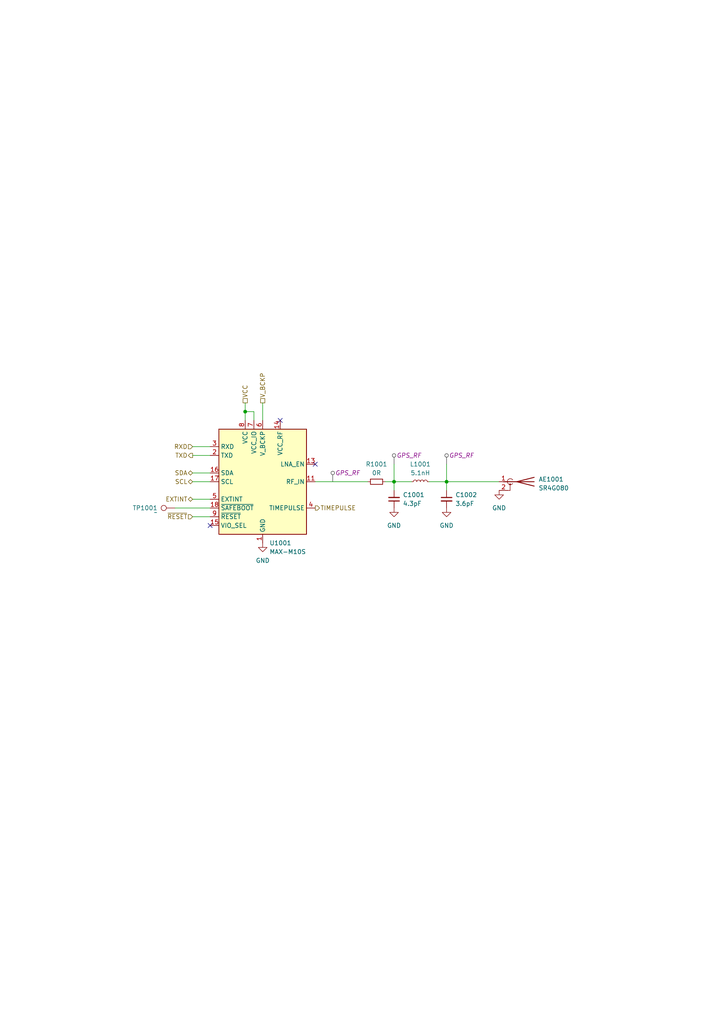
<source format=kicad_sch>
(kicad_sch (version 20230121) (generator eeschema)
  (paper "A4" portrait)
  (title_block (title "Avionus_Flight_Controller") (date "2023-11-27") (rev "1.0"))
  (lib_symbols
    (symbol "Connector:TestPoint" (pin_numbers hide) (pin_names (offset 0.762) hide)
      (property "Reference" "TP" (at 0 6.858 0))
      (property "Value" "TestPoint" (at 0 5.08 0))
      (symbol "TestPoint_0_1"
        (circle (center 0 3.302) (radius 0.762))
      )
      (symbol "TestPoint_1_1"
        (pin passive line (at 0 0 90) (length 2.54) (name "1") (number "1"))
      )
    )
    (symbol "Device:Antenna_Shield" (pin_names (offset 1.016) hide)
      (property "Reference" "AE" (at -1.905 4.445 0))
      (property "Value" "Antenna_Shield" (at -1.905 2.54 0))
      (symbol "Antenna_Shield_0_1"
        (arc (start -0.508 -1.143) (mid -0.8429 -2.1194) (end 0 -2.667))
        (arc (start 0 -2.667) (mid 0.7989 -2.1052) (end 0.508 -1.143))
        (polyline (pts (xy 0 -2.54) (xy 0 0)))
        (polyline (pts (xy 0 5.08) (xy 0 -3.81)) (stroke (width 0.254)))
        (polyline (pts (xy 0.762 -1.905) (xy 2.54 -1.905)))
        (polyline (pts (xy 2.54 -2.54) (xy 2.54 -1.905)))
        (polyline (pts (xy 1.27 5.08) (xy 0 0) (xy -1.27 5.08)) (stroke (width 0.254)))
        (circle (center 0.762 -1.905) (radius 0.1778) (fill (type outline)))
      )
      (symbol "Antenna_Shield_1_1"
        (pin input line (at 0 -5.08 90) (length 2.54) (name "A") (number "1"))
        (pin input line (at 2.54 -5.08 90) (length 2.54) (name "Shield") (number "2"))
      )
    )
    (symbol "Device:C_Small" (pin_numbers hide) (pin_names (offset 0.254) hide)
      (property "Reference" "C" (at 0.254 1.778 0))
      (property "Value" "C_Small" (at 0.254 -2.032 0))
      (symbol "C_Small_0_1"
        (polyline (pts (xy -1.524 -0.508) (xy 1.524 -0.508)) (stroke (width 0.3302)))
        (polyline (pts (xy -1.524 0.508) (xy 1.524 0.508)) (stroke (width 0.3048)))
      )
      (symbol "C_Small_1_1"
        (pin passive line (at 0 2.54 270) (length 2.032) (name "~") (number "1"))
        (pin passive line (at 0 -2.54 90) (length 2.032) (name "~") (number "2"))
      )
    )
    (symbol "Device:L_Small" (pin_numbers hide) (pin_names (offset 0.254) hide)
      (property "Reference" "L" (at 0.762 1.016 0))
      (property "Value" "L_Small" (at 0.762 -1.016 0))
      (symbol "L_Small_0_1"
        (arc (start 0 -2.032) (mid 0.5058 -1.524) (end 0 -1.016))
        (arc (start 0 -1.016) (mid 0.5058 -0.508) (end 0 0))
        (arc (start 0 0) (mid 0.5058 0.508) (end 0 1.016))
        (arc (start 0 1.016) (mid 0.5058 1.524) (end 0 2.032))
      )
      (symbol "L_Small_1_1"
        (pin passive line (at 0 2.54 270) (length 0.508) (name "~") (number "1"))
        (pin passive line (at 0 -2.54 90) (length 0.508) (name "~") (number "2"))
      )
    )
    (symbol "Device:R_Small" (pin_numbers hide) (pin_names (offset 0.254) hide)
      (property "Reference" "R" (at 0.762 0.508 0))
      (property "Value" "R_Small" (at 0.762 -1.016 0))
      (symbol "R_Small_0_1"
        (rectangle (start -0.762 1.778) (end 0.762 -1.778) (stroke (width 0.2032)))
      )
      (symbol "R_Small_1_1"
        (pin passive line (at 0 2.54 270) (length 0.762) (name "~") (number "1"))
        (pin passive line (at 0 -2.54 90) (length 0.762) (name "~") (number "2"))
      )
    )
    (symbol "RF_GPS:MAX-M10S"
      (property "Reference" "U" (at -10.16 16.51 0))
      (property "Value" "MAX-M10S" (at 11.43 16.51 0))
      (symbol "MAX-M10S_0_1"
        (rectangle (start 12.7 15.24) (end -12.7 -15.24) (stroke (width 0.254)) (fill (type background)))
      )
      (symbol "MAX-M10S_1_1"
        (pin power_in line (at 0 -17.78 90) (length 2.54) (name "GND") (number "1"))
        (pin passive line (at 0 -17.78 90) (length 2.54) hide (name "GND") (number "10"))
        (pin input line (at 15.24 0 180) (length 2.54) (name "RF_IN") (number "11"))
        (pin passive line (at 0 -17.78 90) (length 2.54) hide (name "GND") (number "12"))
        (pin output line (at 15.24 5.08 180) (length 2.54) (name "LNA_EN") (number "13"))
        (pin power_out line (at 5.08 17.78 270) (length 2.54) (name "VCC_RF") (number "14"))
        (pin input line (at -15.24 -12.7 0) (length 2.54) (name "VIO_SEL") (number "15"))
        (pin bidirectional line (at -15.24 2.54 0) (length 2.54) (name "SDA") (number "16"))
        (pin input line (at -15.24 0 0) (length 2.54) (name "SCL") (number "17"))
        (pin input line (at -15.24 -7.62 0) (length 2.54) (name "~{SAFEBOOT}") (number "18"))
        (pin output line (at -15.24 7.62 0) (length 2.54) (name "TXD") (number "2"))
        (pin input line (at -15.24 10.16 0) (length 2.54) (name "RXD") (number "3"))
        (pin output line (at 15.24 -7.62 180) (length 2.54) (name "TIMEPULSE") (number "4"))
        (pin input line (at -15.24 -5.08 0) (length 2.54) (name "EXTINT") (number "5"))
        (pin power_in line (at 0 17.78 270) (length 2.54) (name "V_BCKP") (number "6"))
        (pin power_in line (at -2.54 17.78 270) (length 2.54) (name "VCC_IO") (number "7"))
        (pin power_in line (at -5.08 17.78 270) (length 2.54) (name "VCC") (number "8"))
        (pin input line (at -15.24 -10.16 0) (length 2.54) (name "~{RESET}") (number "9"))
      )
    )
    (symbol "power:GND" (power) (pin_names (offset 0))
      (property "Value" "GND" (at 0 -3.81 0))
      (symbol "GND_0_1"
        (polyline (pts (xy 0 0) (xy 0 -1.27) (xy 1.27 -1.27) (xy 0 -2.54) (xy -1.27 -1.27) (xy 0 -1.27)))
      )
      (symbol "GND_1_1"
        (pin power_in line (at 0 0 270) (length 0) hide (name "GND") (number "1"))
      )
    )
  )
  (junction (at 114.3 139.7))
  (junction (at 129.54 139.7))
  (junction (at 71.12 119.38))
  (no_connect (at 60.96 152.4))
  (no_connect (at 81.28 121.92))
  (no_connect (at 91.44 134.62))
  (wire (pts (xy 129.54 142.24) (xy 129.54 139.7)))
  (wire (pts (xy 55.88 144.78) (xy 60.96 144.78)))
  (wire (pts (xy 73.66 121.92) (xy 73.66 119.38)))
  (wire (pts (xy 76.2 116.84) (xy 76.2 121.92)))
  (wire (pts (xy 106.68 139.7) (xy 91.44 139.7)))
  (wire (pts (xy 50.8 147.32) (xy 60.96 147.32)))
  (wire (pts (xy 114.3 139.7) (xy 114.3 142.24)))
  (wire (pts (xy 114.3 139.7) (xy 111.76 139.7)))
  (wire (pts (xy 144.78 139.7) (xy 129.54 139.7)))
  (wire (pts (xy 114.3 134.62) (xy 114.3 139.7)))
  (wire (pts (xy 129.54 139.7) (xy 124.46 139.7)))
  (wire (pts (xy 119.38 139.7) (xy 114.3 139.7)))
  (wire (pts (xy 129.54 134.62) (xy 129.54 139.7)))
  (wire (pts (xy 55.88 139.7) (xy 60.96 139.7)))
  (wire (pts (xy 71.12 116.84) (xy 71.12 119.38)))
  (wire (pts (xy 55.88 132.08) (xy 60.96 132.08)))
  (wire (pts (xy 55.88 137.16) (xy 60.96 137.16)))
  (wire (pts (xy 71.12 119.38) (xy 71.12 121.92)))
  (wire (pts (xy 55.88 149.86) (xy 60.96 149.86)))
  (wire (pts (xy 73.66 119.38) (xy 71.12 119.38)))
  (wire (pts (xy 55.88 129.54) (xy 60.96 129.54)))
  (hierarchical_label "TXD" (shape output) (at 55.88 132.08 180))
  (hierarchical_label "VCC" (shape passive) (at 71.12 116.84 90))
  (hierarchical_label "V_BCKP" (shape passive) (at 76.2 116.84 90))
  (hierarchical_label "RXD" (shape input) (at 55.88 129.54 180))
  (hierarchical_label "TIMEPULSE" (shape output) (at 91.44 147.32 0))
  (hierarchical_label "~{RESET}" (shape input) (at 55.88 149.86 180))
  (hierarchical_label "SDA" (shape bidirectional) (at 55.88 137.16 180))
  (hierarchical_label "SCL" (shape bidirectional) (at 55.88 139.7 180))
  (hierarchical_label "EXTINT" (shape bidirectional) (at 55.88 144.78 180))
  (netclass_flag "" (length 2.54) (shape round) (at 129.54 134.62 0) (property "Netclass" "GPS_RF" (at 130.2385 132.08 0) (effects (font italic) (justify left))))
  (netclass_flag "" (length 2.54) (shape round) (at 114.3 134.62 0) (property "Netclass" "GPS_RF" (at 114.9985 132.08 0) (effects (font italic) (justify left))))
  (netclass_flag "" (length 2.54) (shape round) (at 96.52 139.7 0) (property "Netclass" "GPS_RF" (at 97.2185 137.16 0) (effects (font italic) (justify left))))
  (symbol (lib_id "power:GND") (at 144.78 142.24 0) (unit 1)
    (property "Reference" "#PWR01004" (effects hide))
    (property "Value" "GND" (at 144.78 147.32 0))
  )
  (symbol (lib_id "Device:L_Small") (at 121.92 139.7 90) (unit 1)
    (property "Reference" "L1001" (at 121.92 134.62 90))
    (property "Value" "5.1nH" (at 121.92 137.16 90))
    (property "Footprint" "Inductor_SMD:L_0402_1005Metric_Pad0.77x0.64mm_HandSolder" (effects hide))
  )
  (symbol (lib_id "Device:C_Small") (at 114.3 144.78 180) (unit 1)
    (property "Reference" "C1001" (at 116.84 143.5036 0) (effects (justify right)))
    (property "Value" "4.3pF" (at 116.84 146.0436 0) (effects (justify right)))
    (property "Footprint" "Capacitor_SMD:C_0402_1005Metric_Pad0.74x0.62mm_HandSolder" (effects hide))
  )
  (symbol (lib_id "power:GND") (at 129.54 147.32 0) (unit 1)
    (property "Reference" "#PWR01003" (effects hide))
    (property "Value" "GND" (at 129.54 152.4 0))
  )
  (symbol (lib_id "Connector:TestPoint") (at 50.8 147.32 90) (mirror x) (unit 1)
    (property "Reference" "TP1001" (at 45.72 147.32 90) (effects (justify left)))
    (property "Value" "~" (at 45.72 148.59 90) (effects (justify left)))
    (property "Footprint" "TestPoint:TestPoint_Pad_D1.0mm" (effects hide))
    (instances (project "Avionus_Flight_Controller" (path "" (reference "TP1001") (unit 1)) (path "" (reference "TP?") (unit 1))))
  )
  (symbol (lib_id "power:GND") (at 76.2 157.48 0) (unit 1)
    (property "Reference" "#PWR01001" (effects hide))
    (property "Value" "GND" (at 76.2 162.56 0))
  )
  (symbol (lib_id "Device:C_Small") (at 129.54 144.78 0) (unit 1)
    (property "Reference" "C1002" (at 132.08 143.5163 0) (effects (justify left)))
    (property "Value" "3.6pF" (at 132.08 146.0563 0) (effects (justify left)))
    (property "Footprint" "Capacitor_SMD:C_0402_1005Metric_Pad0.74x0.62mm_HandSolder" (effects hide))
  )
  (symbol (lib_id "Device:R_Small") (at 109.22 139.7 270) (unit 1)
    (property "Reference" "R1001" (at 109.22 134.62 90))
    (property "Value" "0R" (at 109.22 137.16 90))
    (property "Footprint" "Resistor_SMD:R_0402_1005Metric_Pad0.72x0.64mm_HandSolder" (effects hide))
  )
  (symbol (lib_id "RF_GPS:MAX-M10S") (at 76.2 139.7 0) (unit 1)
    (property "Reference" "U1001" (at 78.1559 157.48 0) (effects (justify left)))
    (property "Value" "MAX-M10S" (at 78.1559 160.02 0) (effects (justify left)))
    (property "Footprint" "RF_GPS:ublox_MAX" (effects hide))
    (property "Datasheet" "https://content.u-blox.com/sites/default/files/MAX-M10S_DataSheet_UBX-20035208.pdf" (effects hide))
  )
  (symbol (lib_id "power:GND") (at 114.3 147.32 0) (unit 1)
    (property "Reference" "#PWR01002" (effects hide))
    (property "Value" "GND" (at 114.3 152.4 0))
  )
  (symbol (lib_id "Device:Antenna_Shield") (at 149.86 139.7 270) (unit 1)
    (property "Reference" "AE1001" (at 156.21 139.0015 90) (effects (justify left)))
    (property "Value" "SR4G080" (at 156.21 141.5415 90) (effects (justify left)))
    (property "Footprint" "leptunKicadLib:SR4G080" (effects hide))
  )
)
</source>
